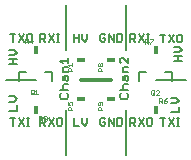
<source format=gbr>
G04 EAGLE Gerber RS-274X export*
G75*
%MOMM*%
%FSLAX34Y34*%
%LPD*%
%INSilkscreen Top*%
%IPPOS*%
%AMOC8*
5,1,8,0,0,1.08239X$1,22.5*%
G01*
%ADD10C,0.203200*%
%ADD11C,0.304800*%
%ADD12C,0.127000*%
%ADD13C,0.025400*%
%ADD14R,0.457200X0.762000*%
%ADD15R,0.762000X0.457200*%


D10*
X50800Y0D02*
X50800Y38100D01*
X50800Y88900D02*
X50800Y127000D01*
X101600Y127000D02*
X101600Y88900D01*
X101600Y38100D02*
X101600Y0D01*
X25400Y63500D02*
X0Y63500D01*
D11*
X63500Y63500D02*
X88900Y63500D01*
D10*
X127000Y63500D02*
X152400Y63500D01*
D12*
X5928Y31120D02*
X5928Y24765D01*
X3810Y31120D02*
X8047Y31120D01*
X10826Y31120D02*
X15063Y24765D01*
X10826Y24765D02*
X15063Y31120D01*
X17843Y24765D02*
X19961Y24765D01*
X18902Y24765D02*
X18902Y31120D01*
X17843Y31120D02*
X19961Y31120D01*
X29210Y31120D02*
X29210Y24765D01*
X29210Y31120D02*
X32388Y31120D01*
X33447Y30061D01*
X33447Y27943D01*
X32388Y26883D01*
X29210Y26883D01*
X31328Y26883D02*
X33447Y24765D01*
X36226Y31120D02*
X40463Y24765D01*
X36226Y24765D02*
X40463Y31120D01*
X44302Y31120D02*
X46420Y31120D01*
X44302Y31120D02*
X43243Y30061D01*
X43243Y25824D01*
X44302Y24765D01*
X46420Y24765D01*
X47480Y25824D01*
X47480Y30061D01*
X46420Y31120D01*
X5928Y95885D02*
X5928Y102240D01*
X3810Y102240D02*
X8047Y102240D01*
X10826Y102240D02*
X15063Y95885D01*
X10826Y95885D02*
X15063Y102240D01*
X18902Y102240D02*
X21020Y102240D01*
X18902Y102240D02*
X17843Y101181D01*
X17843Y96944D01*
X18902Y95885D01*
X21020Y95885D01*
X22080Y96944D01*
X22080Y101181D01*
X21020Y102240D01*
X29210Y102240D02*
X29210Y95885D01*
X29210Y102240D02*
X32388Y102240D01*
X33447Y101181D01*
X33447Y99063D01*
X32388Y98003D01*
X29210Y98003D01*
X31328Y98003D02*
X33447Y95885D01*
X36226Y102240D02*
X40463Y95885D01*
X36226Y95885D02*
X40463Y102240D01*
X43243Y95885D02*
X45361Y95885D01*
X44302Y95885D02*
X44302Y102240D01*
X43243Y102240D02*
X45361Y102240D01*
X57785Y102240D02*
X57785Y95885D01*
X57785Y99063D02*
X62022Y99063D01*
X62022Y102240D02*
X62022Y95885D01*
X64801Y98003D02*
X64801Y102240D01*
X64801Y98003D02*
X66920Y95885D01*
X69038Y98003D01*
X69038Y102240D01*
X83188Y102240D02*
X84247Y101181D01*
X83188Y102240D02*
X81069Y102240D01*
X80010Y101181D01*
X80010Y96944D01*
X81069Y95885D01*
X83188Y95885D01*
X84247Y96944D01*
X84247Y99063D01*
X82128Y99063D01*
X87026Y95885D02*
X87026Y102240D01*
X91263Y95885D01*
X91263Y102240D01*
X94043Y102240D02*
X94043Y95885D01*
X97220Y95885D01*
X98280Y96944D01*
X98280Y101181D01*
X97220Y102240D01*
X94043Y102240D01*
X83188Y31120D02*
X84247Y30061D01*
X83188Y31120D02*
X81069Y31120D01*
X80010Y30061D01*
X80010Y25824D01*
X81069Y24765D01*
X83188Y24765D01*
X84247Y25824D01*
X84247Y27943D01*
X82128Y27943D01*
X87026Y24765D02*
X87026Y31120D01*
X91263Y24765D01*
X91263Y31120D01*
X94043Y31120D02*
X94043Y24765D01*
X97220Y24765D01*
X98280Y25824D01*
X98280Y30061D01*
X97220Y31120D01*
X94043Y31120D01*
X57785Y31120D02*
X57785Y24765D01*
X62022Y24765D01*
X64801Y26883D02*
X64801Y31120D01*
X64801Y26883D02*
X66920Y24765D01*
X69038Y26883D01*
X69038Y31120D01*
X105410Y95885D02*
X105410Y102240D01*
X108588Y102240D01*
X109647Y101181D01*
X109647Y99063D01*
X108588Y98003D01*
X105410Y98003D01*
X107528Y98003D02*
X109647Y95885D01*
X112426Y102240D02*
X116663Y95885D01*
X112426Y95885D02*
X116663Y102240D01*
X119443Y95885D02*
X121561Y95885D01*
X120502Y95885D02*
X120502Y102240D01*
X119443Y102240D02*
X121561Y102240D01*
X132928Y101605D02*
X132928Y95250D01*
X130810Y101605D02*
X135047Y101605D01*
X137826Y101605D02*
X142063Y95250D01*
X137826Y95250D02*
X142063Y101605D01*
X145902Y101605D02*
X148020Y101605D01*
X145902Y101605D02*
X144843Y100546D01*
X144843Y96309D01*
X145902Y95250D01*
X148020Y95250D01*
X149080Y96309D01*
X149080Y100546D01*
X148020Y101605D01*
X132928Y31120D02*
X132928Y24765D01*
X130810Y31120D02*
X135047Y31120D01*
X137826Y31120D02*
X142063Y24765D01*
X137826Y24765D02*
X142063Y31120D01*
X144843Y24765D02*
X146961Y24765D01*
X145902Y24765D02*
X145902Y31120D01*
X144843Y31120D02*
X146961Y31120D01*
X105410Y31120D02*
X105410Y24765D01*
X105410Y31120D02*
X108588Y31120D01*
X109647Y30061D01*
X109647Y27943D01*
X108588Y26883D01*
X105410Y26883D01*
X107528Y26883D02*
X109647Y24765D01*
X112426Y31120D02*
X116663Y24765D01*
X112426Y24765D02*
X116663Y31120D01*
X120502Y31120D02*
X122620Y31120D01*
X120502Y31120D02*
X119443Y30061D01*
X119443Y25824D01*
X120502Y24765D01*
X122620Y24765D01*
X123680Y25824D01*
X123680Y30061D01*
X122620Y31120D01*
X46985Y52201D02*
X45841Y51057D01*
X45841Y48769D01*
X46985Y47625D01*
X51561Y47625D01*
X52705Y48769D01*
X52705Y51057D01*
X51561Y52201D01*
X52705Y55109D02*
X45841Y55109D01*
X48129Y56253D02*
X49273Y55109D01*
X48129Y56253D02*
X48129Y58541D01*
X49273Y59685D01*
X52705Y59685D01*
X48129Y63737D02*
X48129Y66025D01*
X49273Y67169D01*
X52705Y67169D01*
X52705Y63737D01*
X51561Y62593D01*
X50417Y63737D01*
X50417Y67169D01*
X52705Y70077D02*
X48129Y70077D01*
X48129Y73509D01*
X49273Y74653D01*
X52705Y74653D01*
X48129Y77562D02*
X45841Y79850D01*
X52705Y79850D01*
X52705Y77562D02*
X52705Y82138D01*
X96641Y51057D02*
X97785Y52201D01*
X96641Y51057D02*
X96641Y48769D01*
X97785Y47625D01*
X102361Y47625D01*
X103505Y48769D01*
X103505Y51057D01*
X102361Y52201D01*
X103505Y55109D02*
X96641Y55109D01*
X98929Y56253D02*
X100073Y55109D01*
X98929Y56253D02*
X98929Y58541D01*
X100073Y59685D01*
X103505Y59685D01*
X98929Y63737D02*
X98929Y66025D01*
X100073Y67169D01*
X103505Y67169D01*
X103505Y63737D01*
X102361Y62593D01*
X101217Y63737D01*
X101217Y67169D01*
X103505Y70077D02*
X98929Y70077D01*
X98929Y73509D01*
X100073Y74653D01*
X103505Y74653D01*
X103505Y77562D02*
X103505Y82138D01*
X103505Y77562D02*
X98929Y82138D01*
X97785Y82138D01*
X96641Y80994D01*
X96641Y78706D01*
X97785Y77562D01*
X9525Y37465D02*
X2661Y37465D01*
X9525Y37465D02*
X9525Y42041D01*
X7237Y44949D02*
X2661Y44949D01*
X7237Y44949D02*
X9525Y47237D01*
X7237Y49525D01*
X2661Y49525D01*
X2661Y76835D02*
X9525Y76835D01*
X6093Y76835D02*
X6093Y81411D01*
X2661Y81411D02*
X9525Y81411D01*
X7237Y84319D02*
X2661Y84319D01*
X7237Y84319D02*
X9525Y86607D01*
X7237Y88895D01*
X2661Y88895D01*
X142361Y79375D02*
X149225Y79375D01*
X145793Y79375D02*
X145793Y83951D01*
X142361Y83951D02*
X149225Y83951D01*
X146937Y86859D02*
X142361Y86859D01*
X146937Y86859D02*
X149225Y89147D01*
X146937Y91435D01*
X142361Y91435D01*
X139821Y36195D02*
X146685Y36195D01*
X146685Y40771D01*
X144397Y43679D02*
X139821Y43679D01*
X144397Y43679D02*
X146685Y45967D01*
X144397Y48255D01*
X139821Y48255D01*
D10*
X119000Y70500D02*
X113000Y70500D01*
X113000Y62500D01*
X135000Y70500D02*
X141000Y70500D01*
X141000Y62500D01*
D13*
X123317Y54105D02*
X123317Y51563D01*
X123317Y54105D02*
X123953Y54740D01*
X125224Y54740D01*
X125859Y54105D01*
X125859Y51563D01*
X125224Y50927D01*
X123953Y50927D01*
X123317Y51563D01*
X124588Y52198D02*
X125859Y50927D01*
X127059Y50927D02*
X129601Y50927D01*
X127059Y50927D02*
X129601Y53469D01*
X129601Y54105D01*
X128966Y54740D01*
X127695Y54740D01*
X127059Y54105D01*
D14*
X127000Y38100D03*
D13*
X129835Y44044D02*
X129835Y47857D01*
X131741Y47857D01*
X132377Y47222D01*
X132377Y45951D01*
X131741Y45315D01*
X129835Y45315D01*
X131106Y45315D02*
X132377Y44044D01*
X134848Y47222D02*
X136119Y47857D01*
X134848Y47222D02*
X133577Y45951D01*
X133577Y44680D01*
X134212Y44044D01*
X135484Y44044D01*
X136119Y44680D01*
X136119Y45315D01*
X135484Y45951D01*
X133577Y45951D01*
D14*
X127000Y88900D03*
D13*
X117983Y94234D02*
X117983Y98047D01*
X119890Y98047D01*
X120525Y97412D01*
X120525Y96141D01*
X119890Y95505D01*
X117983Y95505D01*
X119254Y95505D02*
X120525Y94234D01*
X121725Y98047D02*
X124267Y98047D01*
X124267Y97412D01*
X121725Y94870D01*
X121725Y94234D01*
D10*
X17400Y70500D02*
X11400Y70500D01*
X11400Y62500D01*
X33400Y70500D02*
X39400Y70500D01*
X39400Y62500D01*
D13*
X20955Y54613D02*
X20955Y52071D01*
X20955Y54613D02*
X21591Y55248D01*
X22862Y55248D01*
X23497Y54613D01*
X23497Y52071D01*
X22862Y51435D01*
X21591Y51435D01*
X20955Y52071D01*
X22226Y52706D02*
X23497Y51435D01*
X24697Y53977D02*
X25968Y55248D01*
X25968Y51435D01*
X24697Y51435D02*
X27239Y51435D01*
D14*
X25400Y38100D03*
D13*
X28321Y32769D02*
X28321Y28956D01*
X28321Y32769D02*
X30228Y32769D01*
X30863Y32134D01*
X30863Y30863D01*
X30228Y30227D01*
X28321Y30227D01*
X29592Y30227D02*
X30863Y28956D01*
X32063Y32134D02*
X32699Y32769D01*
X33970Y32769D01*
X34605Y32134D01*
X34605Y31498D01*
X33970Y30863D01*
X33334Y30863D01*
X33970Y30863D02*
X34605Y30227D01*
X34605Y29592D01*
X33970Y28956D01*
X32699Y28956D01*
X32063Y29592D01*
D14*
X25400Y88900D03*
D13*
X16519Y94742D02*
X16519Y98555D01*
X18425Y98555D01*
X19061Y97920D01*
X19061Y96649D01*
X18425Y96013D01*
X16519Y96013D01*
X17790Y96013D02*
X19061Y94742D01*
X22168Y94742D02*
X22168Y98555D01*
X20261Y96649D01*
X22803Y96649D01*
D15*
X63500Y80010D03*
D13*
X56388Y71247D02*
X52575Y71247D01*
X52575Y73154D01*
X53210Y73789D01*
X54481Y73789D01*
X55117Y73154D01*
X55117Y71247D01*
X55117Y72518D02*
X56388Y73789D01*
X53846Y74989D02*
X52575Y76260D01*
X56388Y76260D01*
X56388Y74989D02*
X56388Y77531D01*
D15*
X63500Y46990D03*
D13*
X56388Y38227D02*
X52575Y38227D01*
X52575Y40134D01*
X53210Y40769D01*
X54481Y40769D01*
X55117Y40134D01*
X55117Y38227D01*
X55117Y39498D02*
X56388Y40769D01*
X52575Y41969D02*
X52575Y44511D01*
X52575Y41969D02*
X54481Y41969D01*
X53846Y43240D01*
X53846Y43876D01*
X54481Y44511D01*
X55752Y44511D01*
X56388Y43876D01*
X56388Y42605D01*
X55752Y41969D01*
D15*
X88900Y80010D03*
D13*
X81788Y71247D02*
X77975Y71247D01*
X77975Y73154D01*
X78610Y73789D01*
X79881Y73789D01*
X80517Y73154D01*
X80517Y71247D01*
X80517Y72518D02*
X81788Y73789D01*
X78610Y74989D02*
X77975Y75625D01*
X77975Y76896D01*
X78610Y77531D01*
X79246Y77531D01*
X79881Y76896D01*
X80517Y77531D01*
X81152Y77531D01*
X81788Y76896D01*
X81788Y75625D01*
X81152Y74989D01*
X80517Y74989D01*
X79881Y75625D01*
X79246Y74989D01*
X78610Y74989D01*
X79881Y75625D02*
X79881Y76896D01*
D15*
X88900Y46990D03*
D13*
X81788Y38227D02*
X77975Y38227D01*
X77975Y40134D01*
X78610Y40769D01*
X79881Y40769D01*
X80517Y40134D01*
X80517Y38227D01*
X80517Y39498D02*
X81788Y40769D01*
X81152Y41969D02*
X81788Y42605D01*
X81788Y43876D01*
X81152Y44511D01*
X78610Y44511D01*
X77975Y43876D01*
X77975Y42605D01*
X78610Y41969D01*
X79246Y41969D01*
X79881Y42605D01*
X79881Y44511D01*
M02*

</source>
